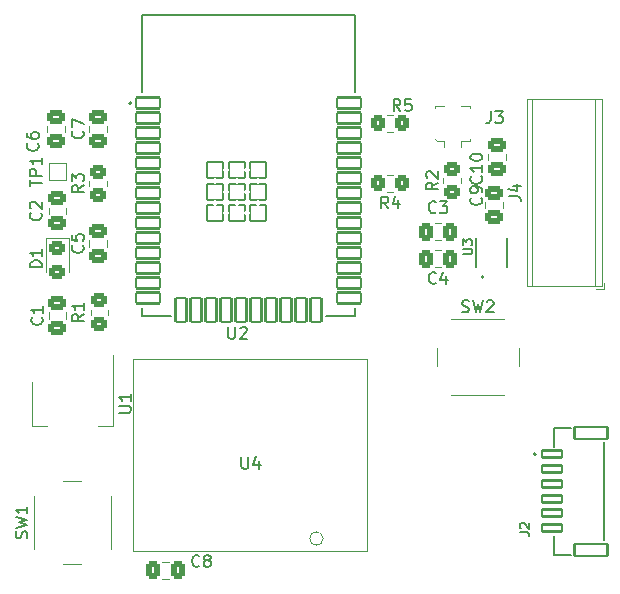
<source format=gto>
G04 #@! TF.GenerationSoftware,KiCad,Pcbnew,7.0.8*
G04 #@! TF.CreationDate,2023-10-19T15:12:35+02:00*
G04 #@! TF.ProjectId,ESP32-aqs,45535033-322d-4617-9173-2e6b69636164,rev?*
G04 #@! TF.SameCoordinates,Original*
G04 #@! TF.FileFunction,Legend,Top*
G04 #@! TF.FilePolarity,Positive*
%FSLAX46Y46*%
G04 Gerber Fmt 4.6, Leading zero omitted, Abs format (unit mm)*
G04 Created by KiCad (PCBNEW 7.0.8) date 2023-10-19 15:12:35*
%MOMM*%
%LPD*%
G01*
G04 APERTURE LIST*
G04 Aperture macros list*
%AMRoundRect*
0 Rectangle with rounded corners*
0 $1 Rounding radius*
0 $2 $3 $4 $5 $6 $7 $8 $9 X,Y pos of 4 corners*
0 Add a 4 corners polygon primitive as box body*
4,1,4,$2,$3,$4,$5,$6,$7,$8,$9,$2,$3,0*
0 Add four circle primitives for the rounded corners*
1,1,$1+$1,$2,$3*
1,1,$1+$1,$4,$5*
1,1,$1+$1,$6,$7*
1,1,$1+$1,$8,$9*
0 Add four rect primitives between the rounded corners*
20,1,$1+$1,$2,$3,$4,$5,0*
20,1,$1+$1,$4,$5,$6,$7,0*
20,1,$1+$1,$6,$7,$8,$9,0*
20,1,$1+$1,$8,$9,$2,$3,0*%
G04 Aperture macros list end*
%ADD10C,0.150000*%
%ADD11C,0.120000*%
%ADD12C,0.127000*%
%ADD13C,0.200000*%
%ADD14C,0.010000*%
%ADD15C,3.500000*%
%ADD16RoundRect,0.250000X0.350000X0.450000X-0.350000X0.450000X-0.350000X-0.450000X0.350000X-0.450000X0*%
%ADD17R,0.400000X0.550000*%
%ADD18RoundRect,0.250000X-0.337500X-0.475000X0.337500X-0.475000X0.337500X0.475000X-0.337500X0.475000X0*%
%ADD19RoundRect,0.250000X-0.450000X0.325000X-0.450000X-0.325000X0.450000X-0.325000X0.450000X0.325000X0*%
%ADD20R,1.000000X1.000000*%
%ADD21R,1.050000X2.200000*%
%ADD22RoundRect,0.250000X-0.475000X0.337500X-0.475000X-0.337500X0.475000X-0.337500X0.475000X0.337500X0*%
%ADD23RoundRect,0.250000X0.337500X0.475000X-0.337500X0.475000X-0.337500X-0.475000X0.337500X-0.475000X0*%
%ADD24RoundRect,0.250000X-0.450000X0.350000X-0.450000X-0.350000X0.450000X-0.350000X0.450000X0.350000X0*%
%ADD25C,2.000000*%
%ADD26RoundRect,0.102000X-1.000000X-0.450000X1.000000X-0.450000X1.000000X0.450000X-1.000000X0.450000X0*%
%ADD27RoundRect,0.102000X-0.450000X-1.000000X0.450000X-1.000000X0.450000X1.000000X-0.450000X1.000000X0*%
%ADD28RoundRect,0.102000X-0.665000X-0.665000X0.665000X-0.665000X0.665000X0.665000X-0.665000X0.665000X0*%
%ADD29C,0.504000*%
%ADD30RoundRect,0.250000X0.475000X-0.337500X0.475000X0.337500X-0.475000X0.337500X-0.475000X-0.337500X0*%
%ADD31R,2.540000X1.524000*%
%ADD32RoundRect,0.102000X-0.850000X-0.300000X0.850000X-0.300000X0.850000X0.300000X-0.850000X0.300000X0*%
%ADD33RoundRect,0.102000X-1.400000X-0.500000X1.400000X-0.500000X1.400000X0.500000X-1.400000X0.500000X0*%
%ADD34RoundRect,0.250000X0.450000X-0.350000X0.450000X0.350000X-0.450000X0.350000X-0.450000X-0.350000X0*%
%ADD35R,2.200000X2.200000*%
%ADD36C,2.200000*%
%ADD37R,1.500000X2.000000*%
%ADD38R,3.800000X2.000000*%
G04 APERTURE END LIST*
D10*
X169505333Y-67510819D02*
X169172000Y-67034628D01*
X168933905Y-67510819D02*
X168933905Y-66510819D01*
X168933905Y-66510819D02*
X169314857Y-66510819D01*
X169314857Y-66510819D02*
X169410095Y-66558438D01*
X169410095Y-66558438D02*
X169457714Y-66606057D01*
X169457714Y-66606057D02*
X169505333Y-66701295D01*
X169505333Y-66701295D02*
X169505333Y-66844152D01*
X169505333Y-66844152D02*
X169457714Y-66939390D01*
X169457714Y-66939390D02*
X169410095Y-66987009D01*
X169410095Y-66987009D02*
X169314857Y-67034628D01*
X169314857Y-67034628D02*
X168933905Y-67034628D01*
X170410095Y-66510819D02*
X169933905Y-66510819D01*
X169933905Y-66510819D02*
X169886286Y-66987009D01*
X169886286Y-66987009D02*
X169933905Y-66939390D01*
X169933905Y-66939390D02*
X170029143Y-66891771D01*
X170029143Y-66891771D02*
X170267238Y-66891771D01*
X170267238Y-66891771D02*
X170362476Y-66939390D01*
X170362476Y-66939390D02*
X170410095Y-66987009D01*
X170410095Y-66987009D02*
X170457714Y-67082247D01*
X170457714Y-67082247D02*
X170457714Y-67320342D01*
X170457714Y-67320342D02*
X170410095Y-67415580D01*
X170410095Y-67415580D02*
X170362476Y-67463200D01*
X170362476Y-67463200D02*
X170267238Y-67510819D01*
X170267238Y-67510819D02*
X170029143Y-67510819D01*
X170029143Y-67510819D02*
X169933905Y-67463200D01*
X169933905Y-67463200D02*
X169886286Y-67415580D01*
X174773295Y-79628523D02*
X175420914Y-79628523D01*
X175420914Y-79628523D02*
X175497104Y-79590428D01*
X175497104Y-79590428D02*
X175535200Y-79552333D01*
X175535200Y-79552333D02*
X175573295Y-79476142D01*
X175573295Y-79476142D02*
X175573295Y-79323761D01*
X175573295Y-79323761D02*
X175535200Y-79247571D01*
X175535200Y-79247571D02*
X175497104Y-79209476D01*
X175497104Y-79209476D02*
X175420914Y-79171380D01*
X175420914Y-79171380D02*
X174773295Y-79171380D01*
X174773295Y-78866619D02*
X174773295Y-78371381D01*
X174773295Y-78371381D02*
X175078057Y-78638047D01*
X175078057Y-78638047D02*
X175078057Y-78523762D01*
X175078057Y-78523762D02*
X175116152Y-78447571D01*
X175116152Y-78447571D02*
X175154247Y-78409476D01*
X175154247Y-78409476D02*
X175230438Y-78371381D01*
X175230438Y-78371381D02*
X175420914Y-78371381D01*
X175420914Y-78371381D02*
X175497104Y-78409476D01*
X175497104Y-78409476D02*
X175535200Y-78447571D01*
X175535200Y-78447571D02*
X175573295Y-78523762D01*
X175573295Y-78523762D02*
X175573295Y-78752333D01*
X175573295Y-78752333D02*
X175535200Y-78828524D01*
X175535200Y-78828524D02*
X175497104Y-78866619D01*
X152487333Y-106023580D02*
X152439714Y-106071200D01*
X152439714Y-106071200D02*
X152296857Y-106118819D01*
X152296857Y-106118819D02*
X152201619Y-106118819D01*
X152201619Y-106118819D02*
X152058762Y-106071200D01*
X152058762Y-106071200D02*
X151963524Y-105975961D01*
X151963524Y-105975961D02*
X151915905Y-105880723D01*
X151915905Y-105880723D02*
X151868286Y-105690247D01*
X151868286Y-105690247D02*
X151868286Y-105547390D01*
X151868286Y-105547390D02*
X151915905Y-105356914D01*
X151915905Y-105356914D02*
X151963524Y-105261676D01*
X151963524Y-105261676D02*
X152058762Y-105166438D01*
X152058762Y-105166438D02*
X152201619Y-105118819D01*
X152201619Y-105118819D02*
X152296857Y-105118819D01*
X152296857Y-105118819D02*
X152439714Y-105166438D01*
X152439714Y-105166438D02*
X152487333Y-105214057D01*
X153058762Y-105547390D02*
X152963524Y-105499771D01*
X152963524Y-105499771D02*
X152915905Y-105452152D01*
X152915905Y-105452152D02*
X152868286Y-105356914D01*
X152868286Y-105356914D02*
X152868286Y-105309295D01*
X152868286Y-105309295D02*
X152915905Y-105214057D01*
X152915905Y-105214057D02*
X152963524Y-105166438D01*
X152963524Y-105166438D02*
X153058762Y-105118819D01*
X153058762Y-105118819D02*
X153249238Y-105118819D01*
X153249238Y-105118819D02*
X153344476Y-105166438D01*
X153344476Y-105166438D02*
X153392095Y-105214057D01*
X153392095Y-105214057D02*
X153439714Y-105309295D01*
X153439714Y-105309295D02*
X153439714Y-105356914D01*
X153439714Y-105356914D02*
X153392095Y-105452152D01*
X153392095Y-105452152D02*
X153344476Y-105499771D01*
X153344476Y-105499771D02*
X153249238Y-105547390D01*
X153249238Y-105547390D02*
X153058762Y-105547390D01*
X153058762Y-105547390D02*
X152963524Y-105595009D01*
X152963524Y-105595009D02*
X152915905Y-105642628D01*
X152915905Y-105642628D02*
X152868286Y-105737866D01*
X152868286Y-105737866D02*
X152868286Y-105928342D01*
X152868286Y-105928342D02*
X152915905Y-106023580D01*
X152915905Y-106023580D02*
X152963524Y-106071200D01*
X152963524Y-106071200D02*
X153058762Y-106118819D01*
X153058762Y-106118819D02*
X153249238Y-106118819D01*
X153249238Y-106118819D02*
X153344476Y-106071200D01*
X153344476Y-106071200D02*
X153392095Y-106023580D01*
X153392095Y-106023580D02*
X153439714Y-105928342D01*
X153439714Y-105928342D02*
X153439714Y-105737866D01*
X153439714Y-105737866D02*
X153392095Y-105642628D01*
X153392095Y-105642628D02*
X153344476Y-105595009D01*
X153344476Y-105595009D02*
X153249238Y-105547390D01*
X139138819Y-80748094D02*
X138138819Y-80748094D01*
X138138819Y-80748094D02*
X138138819Y-80509999D01*
X138138819Y-80509999D02*
X138186438Y-80367142D01*
X138186438Y-80367142D02*
X138281676Y-80271904D01*
X138281676Y-80271904D02*
X138376914Y-80224285D01*
X138376914Y-80224285D02*
X138567390Y-80176666D01*
X138567390Y-80176666D02*
X138710247Y-80176666D01*
X138710247Y-80176666D02*
X138900723Y-80224285D01*
X138900723Y-80224285D02*
X138995961Y-80271904D01*
X138995961Y-80271904D02*
X139091200Y-80367142D01*
X139091200Y-80367142D02*
X139138819Y-80509999D01*
X139138819Y-80509999D02*
X139138819Y-80748094D01*
X139138819Y-79224285D02*
X139138819Y-79795713D01*
X139138819Y-79509999D02*
X138138819Y-79509999D01*
X138138819Y-79509999D02*
X138281676Y-79605237D01*
X138281676Y-79605237D02*
X138376914Y-79700475D01*
X138376914Y-79700475D02*
X138424533Y-79795713D01*
X177163666Y-67551819D02*
X177163666Y-68266104D01*
X177163666Y-68266104D02*
X177116047Y-68408961D01*
X177116047Y-68408961D02*
X177020809Y-68504200D01*
X177020809Y-68504200D02*
X176877952Y-68551819D01*
X176877952Y-68551819D02*
X176782714Y-68551819D01*
X177544619Y-67551819D02*
X178163666Y-67551819D01*
X178163666Y-67551819D02*
X177830333Y-67932771D01*
X177830333Y-67932771D02*
X177973190Y-67932771D01*
X177973190Y-67932771D02*
X178068428Y-67980390D01*
X178068428Y-67980390D02*
X178116047Y-68028009D01*
X178116047Y-68028009D02*
X178163666Y-68123247D01*
X178163666Y-68123247D02*
X178163666Y-68361342D01*
X178163666Y-68361342D02*
X178116047Y-68456580D01*
X178116047Y-68456580D02*
X178068428Y-68504200D01*
X178068428Y-68504200D02*
X177973190Y-68551819D01*
X177973190Y-68551819D02*
X177687476Y-68551819D01*
X177687476Y-68551819D02*
X177592238Y-68504200D01*
X177592238Y-68504200D02*
X177544619Y-68456580D01*
X142599580Y-78906666D02*
X142647200Y-78954285D01*
X142647200Y-78954285D02*
X142694819Y-79097142D01*
X142694819Y-79097142D02*
X142694819Y-79192380D01*
X142694819Y-79192380D02*
X142647200Y-79335237D01*
X142647200Y-79335237D02*
X142551961Y-79430475D01*
X142551961Y-79430475D02*
X142456723Y-79478094D01*
X142456723Y-79478094D02*
X142266247Y-79525713D01*
X142266247Y-79525713D02*
X142123390Y-79525713D01*
X142123390Y-79525713D02*
X141932914Y-79478094D01*
X141932914Y-79478094D02*
X141837676Y-79430475D01*
X141837676Y-79430475D02*
X141742438Y-79335237D01*
X141742438Y-79335237D02*
X141694819Y-79192380D01*
X141694819Y-79192380D02*
X141694819Y-79097142D01*
X141694819Y-79097142D02*
X141742438Y-78954285D01*
X141742438Y-78954285D02*
X141790057Y-78906666D01*
X141694819Y-78001904D02*
X141694819Y-78478094D01*
X141694819Y-78478094D02*
X142171009Y-78525713D01*
X142171009Y-78525713D02*
X142123390Y-78478094D01*
X142123390Y-78478094D02*
X142075771Y-78382856D01*
X142075771Y-78382856D02*
X142075771Y-78144761D01*
X142075771Y-78144761D02*
X142123390Y-78049523D01*
X142123390Y-78049523D02*
X142171009Y-78001904D01*
X142171009Y-78001904D02*
X142266247Y-77954285D01*
X142266247Y-77954285D02*
X142504342Y-77954285D01*
X142504342Y-77954285D02*
X142599580Y-78001904D01*
X142599580Y-78001904D02*
X142647200Y-78049523D01*
X142647200Y-78049523D02*
X142694819Y-78144761D01*
X142694819Y-78144761D02*
X142694819Y-78382856D01*
X142694819Y-78382856D02*
X142647200Y-78478094D01*
X142647200Y-78478094D02*
X142599580Y-78525713D01*
X172525833Y-82074580D02*
X172478214Y-82122200D01*
X172478214Y-82122200D02*
X172335357Y-82169819D01*
X172335357Y-82169819D02*
X172240119Y-82169819D01*
X172240119Y-82169819D02*
X172097262Y-82122200D01*
X172097262Y-82122200D02*
X172002024Y-82026961D01*
X172002024Y-82026961D02*
X171954405Y-81931723D01*
X171954405Y-81931723D02*
X171906786Y-81741247D01*
X171906786Y-81741247D02*
X171906786Y-81598390D01*
X171906786Y-81598390D02*
X171954405Y-81407914D01*
X171954405Y-81407914D02*
X172002024Y-81312676D01*
X172002024Y-81312676D02*
X172097262Y-81217438D01*
X172097262Y-81217438D02*
X172240119Y-81169819D01*
X172240119Y-81169819D02*
X172335357Y-81169819D01*
X172335357Y-81169819D02*
X172478214Y-81217438D01*
X172478214Y-81217438D02*
X172525833Y-81265057D01*
X173382976Y-81503152D02*
X173382976Y-82169819D01*
X173144881Y-81122200D02*
X172906786Y-81836485D01*
X172906786Y-81836485D02*
X173525833Y-81836485D01*
X142694819Y-84716666D02*
X142218628Y-85049999D01*
X142694819Y-85288094D02*
X141694819Y-85288094D01*
X141694819Y-85288094D02*
X141694819Y-84907142D01*
X141694819Y-84907142D02*
X141742438Y-84811904D01*
X141742438Y-84811904D02*
X141790057Y-84764285D01*
X141790057Y-84764285D02*
X141885295Y-84716666D01*
X141885295Y-84716666D02*
X142028152Y-84716666D01*
X142028152Y-84716666D02*
X142123390Y-84764285D01*
X142123390Y-84764285D02*
X142171009Y-84811904D01*
X142171009Y-84811904D02*
X142218628Y-84907142D01*
X142218628Y-84907142D02*
X142218628Y-85288094D01*
X142694819Y-83764285D02*
X142694819Y-84335713D01*
X142694819Y-84049999D02*
X141694819Y-84049999D01*
X141694819Y-84049999D02*
X141837676Y-84145237D01*
X141837676Y-84145237D02*
X141932914Y-84240475D01*
X141932914Y-84240475D02*
X141980533Y-84335713D01*
X137889200Y-103695332D02*
X137936819Y-103552475D01*
X137936819Y-103552475D02*
X137936819Y-103314380D01*
X137936819Y-103314380D02*
X137889200Y-103219142D01*
X137889200Y-103219142D02*
X137841580Y-103171523D01*
X137841580Y-103171523D02*
X137746342Y-103123904D01*
X137746342Y-103123904D02*
X137651104Y-103123904D01*
X137651104Y-103123904D02*
X137555866Y-103171523D01*
X137555866Y-103171523D02*
X137508247Y-103219142D01*
X137508247Y-103219142D02*
X137460628Y-103314380D01*
X137460628Y-103314380D02*
X137413009Y-103504856D01*
X137413009Y-103504856D02*
X137365390Y-103600094D01*
X137365390Y-103600094D02*
X137317771Y-103647713D01*
X137317771Y-103647713D02*
X137222533Y-103695332D01*
X137222533Y-103695332D02*
X137127295Y-103695332D01*
X137127295Y-103695332D02*
X137032057Y-103647713D01*
X137032057Y-103647713D02*
X136984438Y-103600094D01*
X136984438Y-103600094D02*
X136936819Y-103504856D01*
X136936819Y-103504856D02*
X136936819Y-103266761D01*
X136936819Y-103266761D02*
X136984438Y-103123904D01*
X136936819Y-102790570D02*
X137936819Y-102552475D01*
X137936819Y-102552475D02*
X137222533Y-102361999D01*
X137222533Y-102361999D02*
X137936819Y-102171523D01*
X137936819Y-102171523D02*
X136936819Y-101933428D01*
X137936819Y-101028666D02*
X137936819Y-101600094D01*
X137936819Y-101314380D02*
X136936819Y-101314380D01*
X136936819Y-101314380D02*
X137079676Y-101409618D01*
X137079676Y-101409618D02*
X137174914Y-101504856D01*
X137174914Y-101504856D02*
X137222533Y-101600094D01*
X154940095Y-85814819D02*
X154940095Y-86624342D01*
X154940095Y-86624342D02*
X154987714Y-86719580D01*
X154987714Y-86719580D02*
X155035333Y-86767200D01*
X155035333Y-86767200D02*
X155130571Y-86814819D01*
X155130571Y-86814819D02*
X155321047Y-86814819D01*
X155321047Y-86814819D02*
X155416285Y-86767200D01*
X155416285Y-86767200D02*
X155463904Y-86719580D01*
X155463904Y-86719580D02*
X155511523Y-86624342D01*
X155511523Y-86624342D02*
X155511523Y-85814819D01*
X155940095Y-85910057D02*
X155987714Y-85862438D01*
X155987714Y-85862438D02*
X156082952Y-85814819D01*
X156082952Y-85814819D02*
X156321047Y-85814819D01*
X156321047Y-85814819D02*
X156416285Y-85862438D01*
X156416285Y-85862438D02*
X156463904Y-85910057D01*
X156463904Y-85910057D02*
X156511523Y-86005295D01*
X156511523Y-86005295D02*
X156511523Y-86100533D01*
X156511523Y-86100533D02*
X156463904Y-86243390D01*
X156463904Y-86243390D02*
X155892476Y-86814819D01*
X155892476Y-86814819D02*
X156511523Y-86814819D01*
X176332580Y-74867666D02*
X176380200Y-74915285D01*
X176380200Y-74915285D02*
X176427819Y-75058142D01*
X176427819Y-75058142D02*
X176427819Y-75153380D01*
X176427819Y-75153380D02*
X176380200Y-75296237D01*
X176380200Y-75296237D02*
X176284961Y-75391475D01*
X176284961Y-75391475D02*
X176189723Y-75439094D01*
X176189723Y-75439094D02*
X175999247Y-75486713D01*
X175999247Y-75486713D02*
X175856390Y-75486713D01*
X175856390Y-75486713D02*
X175665914Y-75439094D01*
X175665914Y-75439094D02*
X175570676Y-75391475D01*
X175570676Y-75391475D02*
X175475438Y-75296237D01*
X175475438Y-75296237D02*
X175427819Y-75153380D01*
X175427819Y-75153380D02*
X175427819Y-75058142D01*
X175427819Y-75058142D02*
X175475438Y-74915285D01*
X175475438Y-74915285D02*
X175523057Y-74867666D01*
X176427819Y-74391475D02*
X176427819Y-74200999D01*
X176427819Y-74200999D02*
X176380200Y-74105761D01*
X176380200Y-74105761D02*
X176332580Y-74058142D01*
X176332580Y-74058142D02*
X176189723Y-73962904D01*
X176189723Y-73962904D02*
X175999247Y-73915285D01*
X175999247Y-73915285D02*
X175618295Y-73915285D01*
X175618295Y-73915285D02*
X175523057Y-73962904D01*
X175523057Y-73962904D02*
X175475438Y-74010523D01*
X175475438Y-74010523D02*
X175427819Y-74105761D01*
X175427819Y-74105761D02*
X175427819Y-74296237D01*
X175427819Y-74296237D02*
X175475438Y-74391475D01*
X175475438Y-74391475D02*
X175523057Y-74439094D01*
X175523057Y-74439094D02*
X175618295Y-74486713D01*
X175618295Y-74486713D02*
X175856390Y-74486713D01*
X175856390Y-74486713D02*
X175951628Y-74439094D01*
X175951628Y-74439094D02*
X175999247Y-74391475D01*
X175999247Y-74391475D02*
X176046866Y-74296237D01*
X176046866Y-74296237D02*
X176046866Y-74105761D01*
X176046866Y-74105761D02*
X175999247Y-74010523D01*
X175999247Y-74010523D02*
X175951628Y-73962904D01*
X175951628Y-73962904D02*
X175856390Y-73915285D01*
X142599580Y-69233166D02*
X142647200Y-69280785D01*
X142647200Y-69280785D02*
X142694819Y-69423642D01*
X142694819Y-69423642D02*
X142694819Y-69518880D01*
X142694819Y-69518880D02*
X142647200Y-69661737D01*
X142647200Y-69661737D02*
X142551961Y-69756975D01*
X142551961Y-69756975D02*
X142456723Y-69804594D01*
X142456723Y-69804594D02*
X142266247Y-69852213D01*
X142266247Y-69852213D02*
X142123390Y-69852213D01*
X142123390Y-69852213D02*
X141932914Y-69804594D01*
X141932914Y-69804594D02*
X141837676Y-69756975D01*
X141837676Y-69756975D02*
X141742438Y-69661737D01*
X141742438Y-69661737D02*
X141694819Y-69518880D01*
X141694819Y-69518880D02*
X141694819Y-69423642D01*
X141694819Y-69423642D02*
X141742438Y-69280785D01*
X141742438Y-69280785D02*
X141790057Y-69233166D01*
X141694819Y-68899832D02*
X141694819Y-68233166D01*
X141694819Y-68233166D02*
X142694819Y-68661737D01*
X156052095Y-96808819D02*
X156052095Y-97618342D01*
X156052095Y-97618342D02*
X156099714Y-97713580D01*
X156099714Y-97713580D02*
X156147333Y-97761200D01*
X156147333Y-97761200D02*
X156242571Y-97808819D01*
X156242571Y-97808819D02*
X156433047Y-97808819D01*
X156433047Y-97808819D02*
X156528285Y-97761200D01*
X156528285Y-97761200D02*
X156575904Y-97713580D01*
X156575904Y-97713580D02*
X156623523Y-97618342D01*
X156623523Y-97618342D02*
X156623523Y-96808819D01*
X157528285Y-97142152D02*
X157528285Y-97808819D01*
X157290190Y-96761200D02*
X157052095Y-97475485D01*
X157052095Y-97475485D02*
X157671142Y-97475485D01*
X138138819Y-73905904D02*
X138138819Y-73334476D01*
X139138819Y-73620190D02*
X138138819Y-73620190D01*
X139138819Y-73001142D02*
X138138819Y-73001142D01*
X138138819Y-73001142D02*
X138138819Y-72620190D01*
X138138819Y-72620190D02*
X138186438Y-72524952D01*
X138186438Y-72524952D02*
X138234057Y-72477333D01*
X138234057Y-72477333D02*
X138329295Y-72429714D01*
X138329295Y-72429714D02*
X138472152Y-72429714D01*
X138472152Y-72429714D02*
X138567390Y-72477333D01*
X138567390Y-72477333D02*
X138615009Y-72524952D01*
X138615009Y-72524952D02*
X138662628Y-72620190D01*
X138662628Y-72620190D02*
X138662628Y-73001142D01*
X139138819Y-71477333D02*
X139138819Y-72048761D01*
X139138819Y-71763047D02*
X138138819Y-71763047D01*
X138138819Y-71763047D02*
X138281676Y-71858285D01*
X138281676Y-71858285D02*
X138376914Y-71953523D01*
X138376914Y-71953523D02*
X138424533Y-72048761D01*
X179628295Y-103201666D02*
X180199723Y-103201666D01*
X180199723Y-103201666D02*
X180314009Y-103239761D01*
X180314009Y-103239761D02*
X180390200Y-103315952D01*
X180390200Y-103315952D02*
X180428295Y-103430237D01*
X180428295Y-103430237D02*
X180428295Y-103506428D01*
X179704485Y-102858809D02*
X179666390Y-102820713D01*
X179666390Y-102820713D02*
X179628295Y-102744523D01*
X179628295Y-102744523D02*
X179628295Y-102554047D01*
X179628295Y-102554047D02*
X179666390Y-102477856D01*
X179666390Y-102477856D02*
X179704485Y-102439761D01*
X179704485Y-102439761D02*
X179780676Y-102401666D01*
X179780676Y-102401666D02*
X179856866Y-102401666D01*
X179856866Y-102401666D02*
X179971152Y-102439761D01*
X179971152Y-102439761D02*
X180428295Y-102896904D01*
X180428295Y-102896904D02*
X180428295Y-102401666D01*
X172525833Y-76076580D02*
X172478214Y-76124200D01*
X172478214Y-76124200D02*
X172335357Y-76171819D01*
X172335357Y-76171819D02*
X172240119Y-76171819D01*
X172240119Y-76171819D02*
X172097262Y-76124200D01*
X172097262Y-76124200D02*
X172002024Y-76028961D01*
X172002024Y-76028961D02*
X171954405Y-75933723D01*
X171954405Y-75933723D02*
X171906786Y-75743247D01*
X171906786Y-75743247D02*
X171906786Y-75600390D01*
X171906786Y-75600390D02*
X171954405Y-75409914D01*
X171954405Y-75409914D02*
X172002024Y-75314676D01*
X172002024Y-75314676D02*
X172097262Y-75219438D01*
X172097262Y-75219438D02*
X172240119Y-75171819D01*
X172240119Y-75171819D02*
X172335357Y-75171819D01*
X172335357Y-75171819D02*
X172478214Y-75219438D01*
X172478214Y-75219438D02*
X172525833Y-75267057D01*
X172859167Y-75171819D02*
X173478214Y-75171819D01*
X173478214Y-75171819D02*
X173144881Y-75552771D01*
X173144881Y-75552771D02*
X173287738Y-75552771D01*
X173287738Y-75552771D02*
X173382976Y-75600390D01*
X173382976Y-75600390D02*
X173430595Y-75648009D01*
X173430595Y-75648009D02*
X173478214Y-75743247D01*
X173478214Y-75743247D02*
X173478214Y-75981342D01*
X173478214Y-75981342D02*
X173430595Y-76076580D01*
X173430595Y-76076580D02*
X173382976Y-76124200D01*
X173382976Y-76124200D02*
X173287738Y-76171819D01*
X173287738Y-76171819D02*
X173002024Y-76171819D01*
X173002024Y-76171819D02*
X172906786Y-76124200D01*
X172906786Y-76124200D02*
X172859167Y-76076580D01*
X172696819Y-73581666D02*
X172220628Y-73914999D01*
X172696819Y-74153094D02*
X171696819Y-74153094D01*
X171696819Y-74153094D02*
X171696819Y-73772142D01*
X171696819Y-73772142D02*
X171744438Y-73676904D01*
X171744438Y-73676904D02*
X171792057Y-73629285D01*
X171792057Y-73629285D02*
X171887295Y-73581666D01*
X171887295Y-73581666D02*
X172030152Y-73581666D01*
X172030152Y-73581666D02*
X172125390Y-73629285D01*
X172125390Y-73629285D02*
X172173009Y-73676904D01*
X172173009Y-73676904D02*
X172220628Y-73772142D01*
X172220628Y-73772142D02*
X172220628Y-74153094D01*
X171792057Y-73200713D02*
X171744438Y-73153094D01*
X171744438Y-73153094D02*
X171696819Y-73057856D01*
X171696819Y-73057856D02*
X171696819Y-72819761D01*
X171696819Y-72819761D02*
X171744438Y-72724523D01*
X171744438Y-72724523D02*
X171792057Y-72676904D01*
X171792057Y-72676904D02*
X171887295Y-72629285D01*
X171887295Y-72629285D02*
X171982533Y-72629285D01*
X171982533Y-72629285D02*
X172125390Y-72676904D01*
X172125390Y-72676904D02*
X172696819Y-73248332D01*
X172696819Y-73248332D02*
X172696819Y-72629285D01*
X178682819Y-74755333D02*
X179397104Y-74755333D01*
X179397104Y-74755333D02*
X179539961Y-74802952D01*
X179539961Y-74802952D02*
X179635200Y-74898190D01*
X179635200Y-74898190D02*
X179682819Y-75041047D01*
X179682819Y-75041047D02*
X179682819Y-75136285D01*
X179016152Y-73850571D02*
X179682819Y-73850571D01*
X178635200Y-74088666D02*
X179349485Y-74326761D01*
X179349485Y-74326761D02*
X179349485Y-73707714D01*
X139141580Y-85002666D02*
X139189200Y-85050285D01*
X139189200Y-85050285D02*
X139236819Y-85193142D01*
X139236819Y-85193142D02*
X139236819Y-85288380D01*
X139236819Y-85288380D02*
X139189200Y-85431237D01*
X139189200Y-85431237D02*
X139093961Y-85526475D01*
X139093961Y-85526475D02*
X138998723Y-85574094D01*
X138998723Y-85574094D02*
X138808247Y-85621713D01*
X138808247Y-85621713D02*
X138665390Y-85621713D01*
X138665390Y-85621713D02*
X138474914Y-85574094D01*
X138474914Y-85574094D02*
X138379676Y-85526475D01*
X138379676Y-85526475D02*
X138284438Y-85431237D01*
X138284438Y-85431237D02*
X138236819Y-85288380D01*
X138236819Y-85288380D02*
X138236819Y-85193142D01*
X138236819Y-85193142D02*
X138284438Y-85050285D01*
X138284438Y-85050285D02*
X138332057Y-85002666D01*
X139236819Y-84050285D02*
X139236819Y-84621713D01*
X139236819Y-84335999D02*
X138236819Y-84335999D01*
X138236819Y-84335999D02*
X138379676Y-84431237D01*
X138379676Y-84431237D02*
X138474914Y-84526475D01*
X138474914Y-84526475D02*
X138522533Y-84621713D01*
X138789580Y-70270666D02*
X138837200Y-70318285D01*
X138837200Y-70318285D02*
X138884819Y-70461142D01*
X138884819Y-70461142D02*
X138884819Y-70556380D01*
X138884819Y-70556380D02*
X138837200Y-70699237D01*
X138837200Y-70699237D02*
X138741961Y-70794475D01*
X138741961Y-70794475D02*
X138646723Y-70842094D01*
X138646723Y-70842094D02*
X138456247Y-70889713D01*
X138456247Y-70889713D02*
X138313390Y-70889713D01*
X138313390Y-70889713D02*
X138122914Y-70842094D01*
X138122914Y-70842094D02*
X138027676Y-70794475D01*
X138027676Y-70794475D02*
X137932438Y-70699237D01*
X137932438Y-70699237D02*
X137884819Y-70556380D01*
X137884819Y-70556380D02*
X137884819Y-70461142D01*
X137884819Y-70461142D02*
X137932438Y-70318285D01*
X137932438Y-70318285D02*
X137980057Y-70270666D01*
X137884819Y-69413523D02*
X137884819Y-69603999D01*
X137884819Y-69603999D02*
X137932438Y-69699237D01*
X137932438Y-69699237D02*
X137980057Y-69746856D01*
X137980057Y-69746856D02*
X138122914Y-69842094D01*
X138122914Y-69842094D02*
X138313390Y-69889713D01*
X138313390Y-69889713D02*
X138694342Y-69889713D01*
X138694342Y-69889713D02*
X138789580Y-69842094D01*
X138789580Y-69842094D02*
X138837200Y-69794475D01*
X138837200Y-69794475D02*
X138884819Y-69699237D01*
X138884819Y-69699237D02*
X138884819Y-69508761D01*
X138884819Y-69508761D02*
X138837200Y-69413523D01*
X138837200Y-69413523D02*
X138789580Y-69365904D01*
X138789580Y-69365904D02*
X138694342Y-69318285D01*
X138694342Y-69318285D02*
X138456247Y-69318285D01*
X138456247Y-69318285D02*
X138361009Y-69365904D01*
X138361009Y-69365904D02*
X138313390Y-69413523D01*
X138313390Y-69413523D02*
X138265771Y-69508761D01*
X138265771Y-69508761D02*
X138265771Y-69699237D01*
X138265771Y-69699237D02*
X138313390Y-69794475D01*
X138313390Y-69794475D02*
X138361009Y-69842094D01*
X138361009Y-69842094D02*
X138456247Y-69889713D01*
X176332580Y-73057857D02*
X176380200Y-73105476D01*
X176380200Y-73105476D02*
X176427819Y-73248333D01*
X176427819Y-73248333D02*
X176427819Y-73343571D01*
X176427819Y-73343571D02*
X176380200Y-73486428D01*
X176380200Y-73486428D02*
X176284961Y-73581666D01*
X176284961Y-73581666D02*
X176189723Y-73629285D01*
X176189723Y-73629285D02*
X175999247Y-73676904D01*
X175999247Y-73676904D02*
X175856390Y-73676904D01*
X175856390Y-73676904D02*
X175665914Y-73629285D01*
X175665914Y-73629285D02*
X175570676Y-73581666D01*
X175570676Y-73581666D02*
X175475438Y-73486428D01*
X175475438Y-73486428D02*
X175427819Y-73343571D01*
X175427819Y-73343571D02*
X175427819Y-73248333D01*
X175427819Y-73248333D02*
X175475438Y-73105476D01*
X175475438Y-73105476D02*
X175523057Y-73057857D01*
X176427819Y-72105476D02*
X176427819Y-72676904D01*
X176427819Y-72391190D02*
X175427819Y-72391190D01*
X175427819Y-72391190D02*
X175570676Y-72486428D01*
X175570676Y-72486428D02*
X175665914Y-72581666D01*
X175665914Y-72581666D02*
X175713533Y-72676904D01*
X175427819Y-71486428D02*
X175427819Y-71391190D01*
X175427819Y-71391190D02*
X175475438Y-71295952D01*
X175475438Y-71295952D02*
X175523057Y-71248333D01*
X175523057Y-71248333D02*
X175618295Y-71200714D01*
X175618295Y-71200714D02*
X175808771Y-71153095D01*
X175808771Y-71153095D02*
X176046866Y-71153095D01*
X176046866Y-71153095D02*
X176237342Y-71200714D01*
X176237342Y-71200714D02*
X176332580Y-71248333D01*
X176332580Y-71248333D02*
X176380200Y-71295952D01*
X176380200Y-71295952D02*
X176427819Y-71391190D01*
X176427819Y-71391190D02*
X176427819Y-71486428D01*
X176427819Y-71486428D02*
X176380200Y-71581666D01*
X176380200Y-71581666D02*
X176332580Y-71629285D01*
X176332580Y-71629285D02*
X176237342Y-71676904D01*
X176237342Y-71676904D02*
X176046866Y-71724523D01*
X176046866Y-71724523D02*
X175808771Y-71724523D01*
X175808771Y-71724523D02*
X175618295Y-71676904D01*
X175618295Y-71676904D02*
X175523057Y-71629285D01*
X175523057Y-71629285D02*
X175475438Y-71581666D01*
X175475438Y-71581666D02*
X175427819Y-71486428D01*
X139043580Y-76155666D02*
X139091200Y-76203285D01*
X139091200Y-76203285D02*
X139138819Y-76346142D01*
X139138819Y-76346142D02*
X139138819Y-76441380D01*
X139138819Y-76441380D02*
X139091200Y-76584237D01*
X139091200Y-76584237D02*
X138995961Y-76679475D01*
X138995961Y-76679475D02*
X138900723Y-76727094D01*
X138900723Y-76727094D02*
X138710247Y-76774713D01*
X138710247Y-76774713D02*
X138567390Y-76774713D01*
X138567390Y-76774713D02*
X138376914Y-76727094D01*
X138376914Y-76727094D02*
X138281676Y-76679475D01*
X138281676Y-76679475D02*
X138186438Y-76584237D01*
X138186438Y-76584237D02*
X138138819Y-76441380D01*
X138138819Y-76441380D02*
X138138819Y-76346142D01*
X138138819Y-76346142D02*
X138186438Y-76203285D01*
X138186438Y-76203285D02*
X138234057Y-76155666D01*
X138234057Y-75774713D02*
X138186438Y-75727094D01*
X138186438Y-75727094D02*
X138138819Y-75631856D01*
X138138819Y-75631856D02*
X138138819Y-75393761D01*
X138138819Y-75393761D02*
X138186438Y-75298523D01*
X138186438Y-75298523D02*
X138234057Y-75250904D01*
X138234057Y-75250904D02*
X138329295Y-75203285D01*
X138329295Y-75203285D02*
X138424533Y-75203285D01*
X138424533Y-75203285D02*
X138567390Y-75250904D01*
X138567390Y-75250904D02*
X139138819Y-75822332D01*
X139138819Y-75822332D02*
X139138819Y-75203285D01*
X142694819Y-73821166D02*
X142218628Y-74154499D01*
X142694819Y-74392594D02*
X141694819Y-74392594D01*
X141694819Y-74392594D02*
X141694819Y-74011642D01*
X141694819Y-74011642D02*
X141742438Y-73916404D01*
X141742438Y-73916404D02*
X141790057Y-73868785D01*
X141790057Y-73868785D02*
X141885295Y-73821166D01*
X141885295Y-73821166D02*
X142028152Y-73821166D01*
X142028152Y-73821166D02*
X142123390Y-73868785D01*
X142123390Y-73868785D02*
X142171009Y-73916404D01*
X142171009Y-73916404D02*
X142218628Y-74011642D01*
X142218628Y-74011642D02*
X142218628Y-74392594D01*
X141694819Y-73487832D02*
X141694819Y-72868785D01*
X141694819Y-72868785D02*
X142075771Y-73202118D01*
X142075771Y-73202118D02*
X142075771Y-73059261D01*
X142075771Y-73059261D02*
X142123390Y-72964023D01*
X142123390Y-72964023D02*
X142171009Y-72916404D01*
X142171009Y-72916404D02*
X142266247Y-72868785D01*
X142266247Y-72868785D02*
X142504342Y-72868785D01*
X142504342Y-72868785D02*
X142599580Y-72916404D01*
X142599580Y-72916404D02*
X142647200Y-72964023D01*
X142647200Y-72964023D02*
X142694819Y-73059261D01*
X142694819Y-73059261D02*
X142694819Y-73344975D01*
X142694819Y-73344975D02*
X142647200Y-73440213D01*
X142647200Y-73440213D02*
X142599580Y-73487832D01*
X168473333Y-75764819D02*
X168140000Y-75288628D01*
X167901905Y-75764819D02*
X167901905Y-74764819D01*
X167901905Y-74764819D02*
X168282857Y-74764819D01*
X168282857Y-74764819D02*
X168378095Y-74812438D01*
X168378095Y-74812438D02*
X168425714Y-74860057D01*
X168425714Y-74860057D02*
X168473333Y-74955295D01*
X168473333Y-74955295D02*
X168473333Y-75098152D01*
X168473333Y-75098152D02*
X168425714Y-75193390D01*
X168425714Y-75193390D02*
X168378095Y-75241009D01*
X168378095Y-75241009D02*
X168282857Y-75288628D01*
X168282857Y-75288628D02*
X167901905Y-75288628D01*
X169330476Y-75098152D02*
X169330476Y-75764819D01*
X169092381Y-74717200D02*
X168854286Y-75431485D01*
X168854286Y-75431485D02*
X169473333Y-75431485D01*
X145686819Y-93065904D02*
X146496342Y-93065904D01*
X146496342Y-93065904D02*
X146591580Y-93018285D01*
X146591580Y-93018285D02*
X146639200Y-92970666D01*
X146639200Y-92970666D02*
X146686819Y-92875428D01*
X146686819Y-92875428D02*
X146686819Y-92684952D01*
X146686819Y-92684952D02*
X146639200Y-92589714D01*
X146639200Y-92589714D02*
X146591580Y-92542095D01*
X146591580Y-92542095D02*
X146496342Y-92494476D01*
X146496342Y-92494476D02*
X145686819Y-92494476D01*
X146686819Y-91494476D02*
X146686819Y-92065904D01*
X146686819Y-91780190D02*
X145686819Y-91780190D01*
X145686819Y-91780190D02*
X145829676Y-91875428D01*
X145829676Y-91875428D02*
X145924914Y-91970666D01*
X145924914Y-91970666D02*
X145972533Y-92065904D01*
X174740667Y-84513200D02*
X174883524Y-84560819D01*
X174883524Y-84560819D02*
X175121619Y-84560819D01*
X175121619Y-84560819D02*
X175216857Y-84513200D01*
X175216857Y-84513200D02*
X175264476Y-84465580D01*
X175264476Y-84465580D02*
X175312095Y-84370342D01*
X175312095Y-84370342D02*
X175312095Y-84275104D01*
X175312095Y-84275104D02*
X175264476Y-84179866D01*
X175264476Y-84179866D02*
X175216857Y-84132247D01*
X175216857Y-84132247D02*
X175121619Y-84084628D01*
X175121619Y-84084628D02*
X174931143Y-84037009D01*
X174931143Y-84037009D02*
X174835905Y-83989390D01*
X174835905Y-83989390D02*
X174788286Y-83941771D01*
X174788286Y-83941771D02*
X174740667Y-83846533D01*
X174740667Y-83846533D02*
X174740667Y-83751295D01*
X174740667Y-83751295D02*
X174788286Y-83656057D01*
X174788286Y-83656057D02*
X174835905Y-83608438D01*
X174835905Y-83608438D02*
X174931143Y-83560819D01*
X174931143Y-83560819D02*
X175169238Y-83560819D01*
X175169238Y-83560819D02*
X175312095Y-83608438D01*
X175645429Y-83560819D02*
X175883524Y-84560819D01*
X175883524Y-84560819D02*
X176074000Y-83846533D01*
X176074000Y-83846533D02*
X176264476Y-84560819D01*
X176264476Y-84560819D02*
X176502572Y-83560819D01*
X176835905Y-83656057D02*
X176883524Y-83608438D01*
X176883524Y-83608438D02*
X176978762Y-83560819D01*
X176978762Y-83560819D02*
X177216857Y-83560819D01*
X177216857Y-83560819D02*
X177312095Y-83608438D01*
X177312095Y-83608438D02*
X177359714Y-83656057D01*
X177359714Y-83656057D02*
X177407333Y-83751295D01*
X177407333Y-83751295D02*
X177407333Y-83846533D01*
X177407333Y-83846533D02*
X177359714Y-83989390D01*
X177359714Y-83989390D02*
X176788286Y-84560819D01*
X176788286Y-84560819D02*
X177407333Y-84560819D01*
D11*
X168867064Y-69315000D02*
X168412936Y-69315000D01*
X168867064Y-67845000D02*
X168412936Y-67845000D01*
D12*
X175923000Y-80747000D02*
X175923000Y-78307000D01*
X178563000Y-78307000D02*
X178563000Y-80747000D01*
D13*
X176543000Y-81577000D02*
G75*
G03*
X176543000Y-81577000I-100000J0D01*
G01*
D11*
X149366248Y-105691000D02*
X149888752Y-105691000D01*
X149366248Y-107161000D02*
X149888752Y-107161000D01*
X141422000Y-78311000D02*
X139502000Y-78311000D01*
X139502000Y-78311000D02*
X139502000Y-81171000D01*
X141422000Y-81171000D02*
X141422000Y-78311000D01*
X172441000Y-67105000D02*
X173241000Y-67105000D01*
X172441000Y-67305000D02*
X172441000Y-67105000D01*
X172641000Y-70105000D02*
X172441000Y-69905000D01*
X173241000Y-70105000D02*
X172641000Y-70105000D01*
X173241000Y-70105000D02*
X173241000Y-70605000D01*
X174641000Y-67105000D02*
X175441000Y-67105000D01*
X174641000Y-70105000D02*
X174641000Y-70605000D01*
X175441000Y-67105000D02*
X175441000Y-67305000D01*
X175441000Y-69905000D02*
X175441000Y-70105000D01*
X175441000Y-70105000D02*
X174641000Y-70105000D01*
X144638500Y-78478748D02*
X144638500Y-79001252D01*
X143168500Y-78478748D02*
X143168500Y-79001252D01*
X172953752Y-80770000D02*
X172431248Y-80770000D01*
X172953752Y-79300000D02*
X172431248Y-79300000D01*
X144753000Y-84338936D02*
X144753000Y-84793064D01*
X143283000Y-84338936D02*
X143283000Y-84793064D01*
X140982000Y-105862000D02*
X142482000Y-105862000D01*
X144982000Y-104612000D02*
X144982000Y-100112000D01*
X138482000Y-100112000D02*
X138482000Y-104612000D01*
X142482000Y-98862000D02*
X140982000Y-98862000D01*
D12*
X147645000Y-59375000D02*
X165645000Y-59375000D01*
X147645000Y-65875000D02*
X147645000Y-59375000D01*
X147645000Y-84225000D02*
X147645000Y-84875000D01*
X147645000Y-84875000D02*
X150095000Y-84875000D01*
X163195000Y-84875000D02*
X165645000Y-84875000D01*
X165645000Y-59375000D02*
X165645000Y-65875000D01*
X165645000Y-84875000D02*
X165645000Y-84225000D01*
D13*
X146745000Y-66875000D02*
G75*
G03*
X146745000Y-66875000I-100000J0D01*
G01*
D11*
X176713000Y-75745752D02*
X176713000Y-75223248D01*
X178183000Y-75745752D02*
X178183000Y-75223248D01*
X144638500Y-68805248D02*
X144638500Y-69327752D01*
X143168500Y-68805248D02*
X143168500Y-69327752D01*
X146908000Y-88488000D02*
X166720000Y-88488000D01*
X166720000Y-88488000D02*
X166720000Y-104744000D01*
X166720000Y-104744000D02*
X146908000Y-104744000D01*
X146908000Y-104744000D02*
X146908000Y-88488000D01*
X162969961Y-103728000D02*
G75*
G03*
X162969961Y-103728000I-567961J0D01*
G01*
X139762000Y-71944000D02*
X141162000Y-71944000D01*
X139762000Y-73344000D02*
X139762000Y-71944000D01*
X141162000Y-71944000D02*
X141162000Y-73344000D01*
X141162000Y-73344000D02*
X139762000Y-73344000D01*
D12*
X182524000Y-105100000D02*
X182524000Y-103475000D01*
X183954000Y-105100000D02*
X182524000Y-105100000D01*
X186774000Y-103875000D02*
X186774000Y-95575000D01*
X182524000Y-95975000D02*
X182524000Y-94350000D01*
X183954000Y-94350000D02*
X182524000Y-94350000D01*
D13*
X180974000Y-96600000D02*
G75*
G03*
X180974000Y-96600000I-100000J0D01*
G01*
D11*
X172953752Y-78484000D02*
X172431248Y-78484000D01*
X172953752Y-77014000D02*
X172431248Y-77014000D01*
X173157000Y-73642064D02*
X173157000Y-73187936D01*
X174627000Y-73642064D02*
X174627000Y-73187936D01*
X186048000Y-82572000D02*
X186788000Y-82572000D01*
X186788000Y-82572000D02*
X186788000Y-82072000D01*
X180228000Y-82332000D02*
X186548000Y-82332000D01*
X180228000Y-82332000D02*
X180228000Y-66512000D01*
X180688000Y-82332000D02*
X180688000Y-66512000D01*
X185988000Y-82332000D02*
X185988000Y-66512000D01*
X186548000Y-82332000D02*
X186548000Y-66512000D01*
X180228000Y-66512000D02*
X186548000Y-66512000D01*
X139727000Y-85097252D02*
X139727000Y-84574748D01*
X141197000Y-85097252D02*
X141197000Y-84574748D01*
X141082500Y-68805248D02*
X141082500Y-69327752D01*
X139612500Y-68805248D02*
X139612500Y-69327752D01*
X178437000Y-71159248D02*
X178437000Y-71681752D01*
X176967000Y-71159248D02*
X176967000Y-71681752D01*
X141197000Y-75706248D02*
X141197000Y-76228752D01*
X139727000Y-75706248D02*
X139727000Y-76228752D01*
X144638500Y-73427436D02*
X144638500Y-73881564D01*
X143168500Y-73427436D02*
X143168500Y-73881564D01*
X168867064Y-74395000D02*
X168412936Y-74395000D01*
X168867064Y-72925000D02*
X168412936Y-72925000D01*
X145142000Y-88204000D02*
X145142000Y-94214000D01*
X138322000Y-90454000D02*
X138322000Y-94214000D01*
X145142000Y-94214000D02*
X143882000Y-94214000D01*
X138322000Y-94214000D02*
X139582000Y-94214000D01*
X172574000Y-87606000D02*
X172574000Y-89106000D01*
X173824000Y-91606000D02*
X178324000Y-91606000D01*
X178324000Y-85106000D02*
X173824000Y-85106000D01*
X179574000Y-89106000D02*
X179574000Y-87606000D01*
%LPC*%
D14*
X178143000Y-80202000D02*
X176663000Y-80202000D01*
X176343000Y-79882000D01*
X176343000Y-78852000D01*
X178143000Y-78852000D01*
X178143000Y-80202000D01*
G36*
X178143000Y-80202000D02*
G01*
X176663000Y-80202000D01*
X176343000Y-79882000D01*
X176343000Y-78852000D01*
X178143000Y-78852000D01*
X178143000Y-80202000D01*
G37*
D15*
X173736000Y-105156000D03*
D16*
X169640000Y-68580000D03*
X167640000Y-68580000D03*
D17*
X176443000Y-80677000D03*
X177243000Y-80677000D03*
X178043000Y-80677000D03*
X178043000Y-78377000D03*
X177243000Y-78377000D03*
X176443000Y-78377000D03*
D18*
X148590000Y-106426000D03*
X150665000Y-106426000D03*
D19*
X140462000Y-79146000D03*
X140462000Y-81196000D03*
D20*
X173941000Y-70105000D03*
D21*
X172466000Y-68605000D03*
D20*
X173941000Y-67105000D03*
D21*
X175416000Y-68605000D03*
D22*
X143903500Y-77702500D03*
X143903500Y-79777500D03*
D23*
X173730000Y-80035000D03*
X171655000Y-80035000D03*
D24*
X144018000Y-83566000D03*
X144018000Y-85566000D03*
D25*
X139482000Y-105612000D03*
X139482000Y-99112000D03*
X143982000Y-105612000D03*
X143982000Y-99112000D03*
D26*
X148145000Y-66865000D03*
X148145000Y-68135000D03*
X148145000Y-69405000D03*
X148145000Y-70675000D03*
X148145000Y-71945000D03*
X148145000Y-73215000D03*
X148145000Y-74485000D03*
X148145000Y-75755000D03*
X148145000Y-77025000D03*
X148145000Y-78295000D03*
X148145000Y-79565000D03*
X148145000Y-80835000D03*
X148145000Y-82105000D03*
X148145000Y-83375000D03*
D27*
X150930000Y-84375000D03*
X152200000Y-84375000D03*
X153470000Y-84375000D03*
X154740000Y-84375000D03*
X156010000Y-84375000D03*
X157280000Y-84375000D03*
X158550000Y-84375000D03*
X159820000Y-84375000D03*
X161090000Y-84375000D03*
X162360000Y-84375000D03*
D26*
X165145000Y-83375000D03*
X165145000Y-82105000D03*
X165145000Y-80835000D03*
X165145000Y-79565000D03*
X165145000Y-78295000D03*
X165145000Y-77025000D03*
X165145000Y-75755000D03*
X165145000Y-74485000D03*
X165145000Y-73215000D03*
X165145000Y-71945000D03*
X165145000Y-70675000D03*
X165145000Y-69405000D03*
X165145000Y-68135000D03*
X165145000Y-66865000D03*
D28*
X153810000Y-72530000D03*
X155645000Y-72530000D03*
X157480000Y-72530000D03*
X153810000Y-74365000D03*
X155645000Y-74365000D03*
X157480000Y-74365000D03*
X153810000Y-76200000D03*
X155645000Y-76200000D03*
X157480000Y-76200000D03*
D29*
X154727500Y-72530000D03*
X156562500Y-72530000D03*
X153810000Y-73447500D03*
X155645000Y-73447500D03*
X157480000Y-73447500D03*
X154727500Y-74365000D03*
X156562500Y-74365000D03*
X153810000Y-75282500D03*
X155645000Y-75282500D03*
X157480000Y-75282500D03*
X154727500Y-76200000D03*
X156562500Y-76200000D03*
D30*
X177448000Y-76522000D03*
X177448000Y-74447000D03*
D22*
X143903500Y-68029000D03*
X143903500Y-70104000D03*
D15*
X135890000Y-68580000D03*
D31*
X165100000Y-103600000D03*
X165100000Y-101600000D03*
X165100000Y-99600000D03*
X165100000Y-97600000D03*
X165100000Y-95600000D03*
X165100000Y-93600000D03*
X165100000Y-91600000D03*
X165100000Y-89520000D03*
X148560000Y-89520000D03*
X148560000Y-91600000D03*
X148560000Y-93600000D03*
X148560000Y-95600000D03*
X148560000Y-97600000D03*
X148560000Y-99600000D03*
X148560000Y-101600000D03*
X148560000Y-103600000D03*
D20*
X140462000Y-72644000D03*
D32*
X182324000Y-96600000D03*
X182324000Y-97850000D03*
X182324000Y-99100000D03*
X182324000Y-100350000D03*
X182324000Y-101600000D03*
X182324000Y-102850000D03*
D33*
X185674000Y-104700000D03*
X185674000Y-94750000D03*
D23*
X173730000Y-77749000D03*
X171655000Y-77749000D03*
D34*
X173892000Y-74415000D03*
X173892000Y-72415000D03*
D35*
X183388000Y-80772000D03*
D36*
X183388000Y-78232000D03*
X183388000Y-75692000D03*
X183388000Y-73152000D03*
X183388000Y-70612000D03*
X183388000Y-68072000D03*
D30*
X140462000Y-85873500D03*
X140462000Y-83798500D03*
D22*
X140347500Y-68029000D03*
X140347500Y-70104000D03*
X177702000Y-70383000D03*
X177702000Y-72458000D03*
X140462000Y-74930000D03*
X140462000Y-77005000D03*
D24*
X143903500Y-72654500D03*
X143903500Y-74654500D03*
D16*
X169640000Y-73660000D03*
X167640000Y-73660000D03*
D37*
X144032000Y-89154000D03*
X141732000Y-89154000D03*
D38*
X141732000Y-95454000D03*
D37*
X139432000Y-89154000D03*
D25*
X172824000Y-86106000D03*
X179324000Y-86106000D03*
X172824000Y-90606000D03*
X179324000Y-90606000D03*
%LPD*%
M02*

</source>
